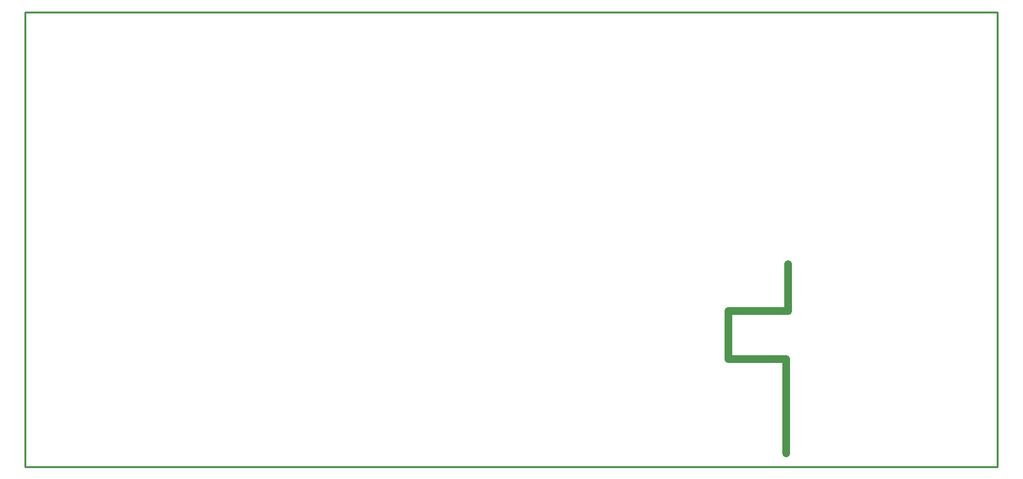
<source format=gko>
%FSLAX25Y25*%
%MOIN*%
G70*
G01*
G75*
G04 Layer_Color=16711935*
%ADD10R,0.24500X0.23000*%
%ADD11R,0.11000X0.06000*%
%ADD12R,0.05500X0.05000*%
G04:AMPARAMS|DCode=13|XSize=55mil|YSize=50mil|CornerRadius=0mil|HoleSize=0mil|Usage=FLASHONLY|Rotation=180.000|XOffset=0mil|YOffset=0mil|HoleType=Round|Shape=Octagon|*
%AMOCTAGOND13*
4,1,8,-0.02750,0.01250,-0.02750,-0.01250,-0.01500,-0.02500,0.01500,-0.02500,0.02750,-0.01250,0.02750,0.01250,0.01500,0.02500,-0.01500,0.02500,-0.02750,0.01250,0.0*
%
%ADD13OCTAGOND13*%

%ADD14R,0.08465X0.21654*%
%ADD15R,0.05500X0.06200*%
%ADD16R,0.06890X0.17716*%
%ADD17R,0.02606X0.03000*%
%ADD18R,0.05000X0.05500*%
G04:AMPARAMS|DCode=19|XSize=55mil|YSize=50mil|CornerRadius=0mil|HoleSize=0mil|Usage=FLASHONLY|Rotation=90.000|XOffset=0mil|YOffset=0mil|HoleType=Round|Shape=Octagon|*
%AMOCTAGOND19*
4,1,8,0.01250,0.02750,-0.01250,0.02750,-0.02500,0.01500,-0.02500,-0.01500,-0.01250,-0.02750,0.01250,-0.02750,0.02500,-0.01500,0.02500,0.01500,0.01250,0.02750,0.0*
%
%ADD19OCTAGOND19*%

%ADD20R,0.03000X0.02606*%
G04:AMPARAMS|DCode=21|XSize=63.78mil|YSize=53.94mil|CornerRadius=0mil|HoleSize=0mil|Usage=FLASHONLY|Rotation=0.000|XOffset=0mil|YOffset=0mil|HoleType=Round|Shape=Octagon|*
%AMOCTAGOND21*
4,1,8,0.03189,-0.01348,0.03189,0.01348,0.01841,0.02697,-0.01841,0.02697,-0.03189,0.01348,-0.03189,-0.01348,-0.01841,-0.02697,0.01841,-0.02697,0.03189,-0.01348,0.0*
%
%ADD21OCTAGOND21*%

%ADD22R,0.06378X0.05394*%
%ADD23R,0.01772X0.03937*%
%ADD24R,0.05000X0.03500*%
%ADD25O,0.05906X0.01181*%
G04:AMPARAMS|DCode=26|XSize=50mil|YSize=35mil|CornerRadius=0mil|HoleSize=0mil|Usage=FLASHONLY|Rotation=90.000|XOffset=0mil|YOffset=0mil|HoleType=Round|Shape=Octagon|*
%AMOCTAGOND26*
4,1,8,0.00875,0.02500,-0.00875,0.02500,-0.01750,0.01625,-0.01750,-0.01625,-0.00875,-0.02500,0.00875,-0.02500,0.01750,-0.01625,0.01750,0.01625,0.00875,0.02500,0.0*
%
%ADD26OCTAGOND26*%

%ADD27R,0.03500X0.05000*%
%ADD28O,0.08268X0.02362*%
%ADD29R,0.08268X0.02362*%
%ADD30R,0.03937X0.01772*%
%ADD31R,0.08661X0.05512*%
%ADD32O,0.02362X0.08268*%
%ADD33R,0.05394X0.06378*%
G04:AMPARAMS|DCode=34|XSize=63.78mil|YSize=53.94mil|CornerRadius=0mil|HoleSize=0mil|Usage=FLASHONLY|Rotation=270.000|XOffset=0mil|YOffset=0mil|HoleType=Round|Shape=Octagon|*
%AMOCTAGOND34*
4,1,8,-0.01348,-0.03189,0.01348,-0.03189,0.02697,-0.01841,0.02697,0.01841,0.01348,0.03189,-0.01348,0.03189,-0.02697,0.01841,-0.02697,-0.01841,-0.01348,-0.03189,0.0*
%
%ADD34OCTAGOND34*%

%ADD35R,0.06000X0.11000*%
%ADD36R,0.23000X0.24500*%
%ADD37R,0.10000X0.07480*%
G04:AMPARAMS|DCode=38|XSize=100mil|YSize=74.8mil|CornerRadius=0mil|HoleSize=0mil|Usage=FLASHONLY|Rotation=180.000|XOffset=0mil|YOffset=0mil|HoleType=Round|Shape=Octagon|*
%AMOCTAGOND38*
4,1,8,-0.05000,0.01870,-0.05000,-0.01870,-0.03130,-0.03740,0.03130,-0.03740,0.05000,-0.01870,0.05000,0.01870,0.03130,0.03740,-0.03130,0.03740,-0.05000,0.01870,0.0*
%
%ADD38OCTAGOND38*%

%ADD39C,0.03000*%
%ADD40C,0.01500*%
%ADD41C,0.00600*%
%ADD42R,0.28400X0.26800*%
%ADD43R,0.05600X0.14500*%
%ADD44R,0.06100X0.13000*%
%ADD45R,0.24800X0.08400*%
%ADD46R,0.09200X0.98600*%
%ADD47R,0.23200X0.12400*%
%ADD48R,0.07000X0.06000*%
%ADD49R,0.09000X0.01500*%
%ADD50R,0.29000X0.08500*%
%ADD51R,0.06500X0.36000*%
%ADD52R,0.56000X0.11500*%
%ADD53R,0.06000X0.16000*%
%ADD54R,0.09500X0.26900*%
%ADD55R,1.04500X0.12000*%
%ADD56R,0.06000X0.44500*%
%ADD57R,0.27000X0.07000*%
%ADD58R,0.10000X0.15500*%
%ADD59R,0.08000X0.38000*%
%ADD60R,0.19600X0.03800*%
%ADD61R,0.05500X0.15000*%
%ADD62R,0.10000X0.14000*%
%ADD63R,0.09000X0.38500*%
%ADD64R,0.14000X0.05500*%
%ADD65R,0.05500X0.09100*%
%ADD66R,0.05500X0.02700*%
%ADD67R,0.22800X0.08500*%
%ADD68R,0.38200X0.07200*%
%ADD69R,0.07300X0.15800*%
%ADD70R,0.05900X0.05000*%
%ADD71C,0.07087*%
%ADD72R,0.07087X0.07087*%
%ADD73C,0.07874*%
%ADD74C,0.09843*%
%ADD75R,0.09843X0.09843*%
%ADD76R,0.07087X0.07087*%
%ADD77C,0.20000*%
%ADD78C,0.06299*%
%ADD79R,0.06299X0.06299*%
G04:AMPARAMS|DCode=80|XSize=62.99mil|YSize=62.99mil|CornerRadius=0mil|HoleSize=0mil|Usage=FLASHONLY|Rotation=180.000|XOffset=0mil|YOffset=0mil|HoleType=Round|Shape=Octagon|*
%AMOCTAGOND80*
4,1,8,-0.03150,0.01575,-0.03150,-0.01575,-0.01575,-0.03150,0.01575,-0.03150,0.03150,-0.01575,0.03150,0.01575,0.01575,0.03150,-0.01575,0.03150,-0.03150,0.01575,0.0*
%
%ADD80OCTAGOND80*%

%ADD81R,0.06299X0.06299*%
%ADD82R,0.06693X0.06693*%
%ADD83C,0.06693*%
%ADD84C,0.11811*%
%ADD85R,0.06693X0.06693*%
%ADD86R,0.07874X0.07874*%
%ADD87C,0.07480*%
%ADD88R,0.07480X0.07480*%
%ADD89C,0.05118*%
%ADD90R,0.05118X0.05118*%
%ADD91C,0.09055*%
%ADD92R,0.05118X0.05118*%
%ADD93C,0.02362*%
%ADD94C,0.01969*%
%ADD95C,0.03150*%
%ADD96C,0.06000*%
%ADD97R,0.03347X0.06299*%
%ADD98R,0.07200X0.15300*%
%ADD99R,0.29700X0.03000*%
%ADD100R,0.10400X0.54200*%
%ADD101R,0.08700X0.08300*%
%ADD102R,0.09700X0.43800*%
%ADD103R,0.10000X0.12500*%
%ADD104R,0.04000X0.38900*%
%ADD105R,0.22000X0.04000*%
%ADD106R,0.04000X0.08500*%
%ADD107R,0.08000X0.32000*%
%ADD108R,0.04000X0.16500*%
%ADD109R,0.27500X0.04500*%
%ADD110R,0.08000X0.15000*%
%ADD111R,0.95500X0.08000*%
%ADD112R,0.59100X0.30700*%
%ADD113R,0.14100X0.20000*%
%ADD114R,0.08400X0.08600*%
%ADD115R,0.12200X0.15000*%
%ADD116R,0.06700X0.11100*%
%ADD117C,0.00787*%
%ADD118C,0.01984*%
%ADD119C,0.01969*%
%ADD120C,0.01000*%
%ADD121C,0.00984*%
%ADD122C,0.00800*%
%ADD123C,0.02900*%
%ADD124C,0.00591*%
%ADD125C,0.00472*%
%ADD126R,0.06299X0.02165*%
%ADD127R,0.02165X0.06299*%
%ADD128R,0.11000X0.03000*%
%ADD129R,0.09449X0.02165*%
%ADD130R,0.09449X0.00847*%
%ADD131R,0.25300X0.23800*%
%ADD132R,0.11800X0.06800*%
%ADD133R,0.06300X0.05800*%
G04:AMPARAMS|DCode=134|XSize=63mil|YSize=58mil|CornerRadius=0mil|HoleSize=0mil|Usage=FLASHONLY|Rotation=180.000|XOffset=0mil|YOffset=0mil|HoleType=Round|Shape=Octagon|*
%AMOCTAGOND134*
4,1,8,-0.03150,0.01450,-0.03150,-0.01450,-0.01700,-0.02900,0.01700,-0.02900,0.03150,-0.01450,0.03150,0.01450,0.01700,0.02900,-0.01700,0.02900,-0.03150,0.01450,0.0*
%
%ADD134OCTAGOND134*%

%ADD135R,0.09265X0.22453*%
%ADD136R,0.06300X0.07000*%
%ADD137R,0.07690X0.18517*%
%ADD138R,0.03406X0.03800*%
%ADD139R,0.05800X0.06300*%
G04:AMPARAMS|DCode=140|XSize=63mil|YSize=58mil|CornerRadius=0mil|HoleSize=0mil|Usage=FLASHONLY|Rotation=90.000|XOffset=0mil|YOffset=0mil|HoleType=Round|Shape=Octagon|*
%AMOCTAGOND140*
4,1,8,0.01450,0.03150,-0.01450,0.03150,-0.02900,0.01700,-0.02900,-0.01700,-0.01450,-0.03150,0.01450,-0.03150,0.02900,-0.01700,0.02900,0.01700,0.01450,0.03150,0.0*
%
%ADD140OCTAGOND140*%

%ADD141R,0.03800X0.03406*%
G04:AMPARAMS|DCode=142|XSize=71.78mil|YSize=61.94mil|CornerRadius=0mil|HoleSize=0mil|Usage=FLASHONLY|Rotation=0.000|XOffset=0mil|YOffset=0mil|HoleType=Round|Shape=Octagon|*
%AMOCTAGOND142*
4,1,8,0.03589,-0.01548,0.03589,0.01548,0.02041,0.03097,-0.02041,0.03097,-0.03589,0.01548,-0.03589,-0.01548,-0.02041,-0.03097,0.02041,-0.03097,0.03589,-0.01548,0.0*
%
%ADD142OCTAGOND142*%

%ADD143R,0.07178X0.06194*%
%ADD144R,0.02572X0.04737*%
%ADD145R,0.05800X0.04300*%
%ADD146O,0.06706X0.01981*%
G04:AMPARAMS|DCode=147|XSize=58mil|YSize=43mil|CornerRadius=0mil|HoleSize=0mil|Usage=FLASHONLY|Rotation=90.000|XOffset=0mil|YOffset=0mil|HoleType=Round|Shape=Octagon|*
%AMOCTAGOND147*
4,1,8,0.01075,0.02900,-0.01075,0.02900,-0.02150,0.01825,-0.02150,-0.01825,-0.01075,-0.02900,0.01075,-0.02900,0.02150,-0.01825,0.02150,0.01825,0.01075,0.02900,0.0*
%
%ADD147OCTAGOND147*%

%ADD148R,0.04300X0.05800*%
%ADD149O,0.09068X0.03162*%
%ADD150R,0.09068X0.03162*%
%ADD151R,0.04737X0.02572*%
%ADD152R,0.09461X0.06312*%
%ADD153O,0.03162X0.09068*%
%ADD154R,0.06194X0.07178*%
G04:AMPARAMS|DCode=155|XSize=71.78mil|YSize=61.94mil|CornerRadius=0mil|HoleSize=0mil|Usage=FLASHONLY|Rotation=270.000|XOffset=0mil|YOffset=0mil|HoleType=Round|Shape=Octagon|*
%AMOCTAGOND155*
4,1,8,-0.01548,-0.03589,0.01548,-0.03589,0.03097,-0.02041,0.03097,0.02041,0.01548,0.03589,-0.01548,0.03589,-0.03097,0.02041,-0.03097,-0.02041,-0.01548,-0.03589,0.0*
%
%ADD155OCTAGOND155*%

%ADD156R,0.06800X0.11800*%
%ADD157R,0.23800X0.25300*%
%ADD158R,0.10800X0.08280*%
G04:AMPARAMS|DCode=159|XSize=108mil|YSize=82.8mil|CornerRadius=0mil|HoleSize=0mil|Usage=FLASHONLY|Rotation=180.000|XOffset=0mil|YOffset=0mil|HoleType=Round|Shape=Octagon|*
%AMOCTAGOND159*
4,1,8,-0.05400,0.02070,-0.05400,-0.02070,-0.03330,-0.04140,0.03330,-0.04140,0.05400,-0.02070,0.05400,0.02070,0.03330,0.04140,-0.03330,0.04140,-0.05400,0.02070,0.0*
%
%ADD159OCTAGOND159*%

%ADD160C,0.07887*%
%ADD161R,0.07887X0.07887*%
%ADD162C,0.08674*%
%ADD163C,0.10642*%
%ADD164R,0.10642X0.10642*%
%ADD165R,0.07887X0.07887*%
%ADD166C,0.20800*%
%ADD167C,0.07099*%
%ADD168R,0.07099X0.07099*%
G04:AMPARAMS|DCode=169|XSize=70.99mil|YSize=70.99mil|CornerRadius=0mil|HoleSize=0mil|Usage=FLASHONLY|Rotation=180.000|XOffset=0mil|YOffset=0mil|HoleType=Round|Shape=Octagon|*
%AMOCTAGOND169*
4,1,8,-0.03550,0.01775,-0.03550,-0.01775,-0.01775,-0.03550,0.01775,-0.03550,0.03550,-0.01775,0.03550,0.01775,0.01775,0.03550,-0.01775,0.03550,-0.03550,0.01775,0.0*
%
%ADD169OCTAGOND169*%

%ADD170R,0.07099X0.07099*%
%ADD171R,0.07493X0.07493*%
%ADD172C,0.07493*%
%ADD173C,0.12611*%
%ADD174R,0.07493X0.07493*%
%ADD175R,0.08674X0.08674*%
%ADD176C,0.08280*%
%ADD177R,0.08280X0.08280*%
%ADD178C,0.05918*%
%ADD179R,0.05918X0.05918*%
%ADD180C,0.09855*%
%ADD181R,0.05918X0.05918*%
%ADD182C,0.02769*%
%ADD183C,0.03162*%
%ADD184R,0.46600X0.30700*%
%ADD185C,0.06800*%
%ADD186R,0.04147X0.07099*%
%ADD187C,0.02000*%
%ADD188C,0.03937*%
D120*
X0Y0D02*
X505000D01*
Y236221D01*
X57D02*
X505000D01*
X0Y0D02*
Y236221D01*
D188*
X395057Y6808D02*
Y55808D01*
X365057D02*
X395057D01*
X365057D02*
Y80808D01*
X396057D01*
Y105308D01*
M02*

</source>
